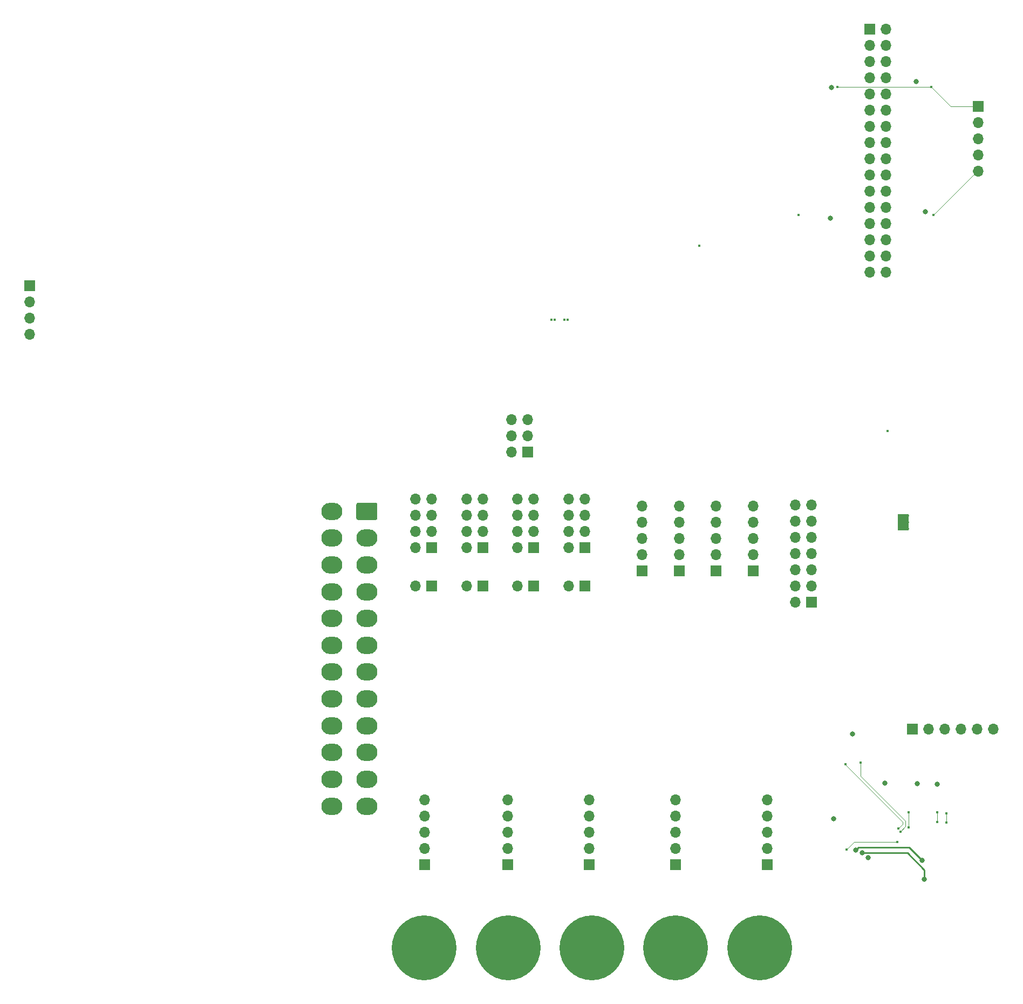
<source format=gbr>
%TF.GenerationSoftware,KiCad,Pcbnew,(5.1.6-dirty)*%
%TF.CreationDate,2020-08-28T22:36:31+02:00*%
%TF.ProjectId,FD,46442e6b-6963-4616-945f-706362585858,rev?*%
%TF.SameCoordinates,Original*%
%TF.FileFunction,Copper,L6,Bot*%
%TF.FilePolarity,Positive*%
%FSLAX46Y46*%
G04 Gerber Fmt 4.6, Leading zero omitted, Abs format (unit mm)*
G04 Created by KiCad (PCBNEW (5.1.6-dirty)) date 2020-08-28 22:36:31*
%MOMM*%
%LPD*%
G01*
G04 APERTURE LIST*
%TA.AperFunction,ComponentPad*%
%ADD10O,3.300000X2.700000*%
%TD*%
%TA.AperFunction,ComponentPad*%
%ADD11R,1.700000X1.700000*%
%TD*%
%TA.AperFunction,ComponentPad*%
%ADD12O,1.700000X1.700000*%
%TD*%
%TA.AperFunction,ComponentPad*%
%ADD13C,10.160000*%
%TD*%
%TA.AperFunction,ViaPad*%
%ADD14C,0.500000*%
%TD*%
%TA.AperFunction,Conductor*%
%ADD15R,1.800000X2.500000*%
%TD*%
%TA.AperFunction,ViaPad*%
%ADD16C,0.450000*%
%TD*%
%TA.AperFunction,ViaPad*%
%ADD17C,0.800000*%
%TD*%
%TA.AperFunction,Conductor*%
%ADD18C,0.090000*%
%TD*%
%TA.AperFunction,Conductor*%
%ADD19C,0.250000*%
%TD*%
G04 APERTURE END LIST*
%TO.P,J2,1*%
%TO.N,+3.3V*%
%TA.AperFunction,ComponentPad*%
G36*
G01*
X146400001Y-100950000D02*
X149199999Y-100950000D01*
G75*
G02*
X149450000Y-101200001I0J-250001D01*
G01*
X149450000Y-103399999D01*
G75*
G02*
X149199999Y-103650000I-250001J0D01*
G01*
X146400001Y-103650000D01*
G75*
G02*
X146150000Y-103399999I0J250001D01*
G01*
X146150000Y-101200001D01*
G75*
G02*
X146400001Y-100950000I250001J0D01*
G01*
G37*
%TD.AperFunction*%
D10*
%TO.P,J2,2*%
X147800000Y-106500000D03*
%TO.P,J2,3*%
%TO.N,GND*%
X147800000Y-110700000D03*
%TO.P,J2,4*%
%TO.N,+5V*%
X147800000Y-114900000D03*
%TO.P,J2,5*%
%TO.N,GND*%
X147800000Y-119100000D03*
%TO.P,J2,6*%
%TO.N,+5V*%
X147800000Y-123300000D03*
%TO.P,J2,7*%
%TO.N,GND*%
X147800000Y-127500000D03*
%TO.P,J2,8*%
%TO.N,ATX_POWEROK*%
X147800000Y-131700000D03*
%TO.P,J2,9*%
%TO.N,Net-(J2-Pad9)*%
X147800000Y-135900000D03*
%TO.P,J2,10*%
%TO.N,+12V*%
X147800000Y-140100000D03*
%TO.P,J2,11*%
X147800000Y-144300000D03*
%TO.P,J2,12*%
%TO.N,+3.3V*%
X147800000Y-148500000D03*
%TO.P,J2,13*%
X142300000Y-102300000D03*
%TO.P,J2,14*%
%TO.N,-12V*%
X142300000Y-106500000D03*
%TO.P,J2,15*%
%TO.N,GND*%
X142300000Y-110700000D03*
%TO.P,J2,16*%
%TO.N,Net-(J2-Pad16)*%
X142300000Y-114900000D03*
%TO.P,J2,17*%
%TO.N,GND*%
X142300000Y-119100000D03*
%TO.P,J2,18*%
X142300000Y-123300000D03*
%TO.P,J2,19*%
X142300000Y-127500000D03*
%TO.P,J2,20*%
%TO.N,Net-(J2-Pad20)*%
X142300000Y-131700000D03*
%TO.P,J2,21*%
%TO.N,+5V*%
X142300000Y-135900000D03*
%TO.P,J2,22*%
X142300000Y-140100000D03*
%TO.P,J2,23*%
X142300000Y-144300000D03*
%TO.P,J2,24*%
%TO.N,GND*%
X142300000Y-148500000D03*
%TD*%
D11*
%TO.P,J3,1*%
%TO.N,Net-(J3-Pad1)*%
X166000000Y-108000000D03*
D12*
%TO.P,J3,2*%
X163460000Y-108000000D03*
%TO.P,J3,3*%
X166000000Y-105460000D03*
%TO.P,J3,4*%
X163460000Y-105460000D03*
%TO.P,J3,5*%
%TO.N,VCCBRAM*%
X166000000Y-102920000D03*
%TO.P,J3,6*%
%TO.N,VCCFPGA_S1_1.2V*%
X163460000Y-102920000D03*
%TO.P,J3,7*%
%TO.N,VCCAUX*%
X166000000Y-100380000D03*
%TO.P,J3,8*%
%TO.N,+3.3V*%
X163460000Y-100380000D03*
%TD*%
%TO.P,J4,8*%
%TO.N,+3.3V*%
X179460000Y-100380000D03*
%TO.P,J4,7*%
%TO.N,VCCAUX*%
X182000000Y-100380000D03*
%TO.P,J4,6*%
%TO.N,VCCFPGA_S1_1.2V*%
X179460000Y-102920000D03*
%TO.P,J4,5*%
%TO.N,VCCBRAM*%
X182000000Y-102920000D03*
%TO.P,J4,4*%
%TO.N,Net-(J4-Pad1)*%
X179460000Y-105460000D03*
%TO.P,J4,3*%
X182000000Y-105460000D03*
%TO.P,J4,2*%
X179460000Y-108000000D03*
D11*
%TO.P,J4,1*%
X182000000Y-108000000D03*
%TD*%
D12*
%TO.P,J5,8*%
%TO.N,+3.3V*%
X155460000Y-100380000D03*
%TO.P,J5,7*%
%TO.N,VCCAUX*%
X158000000Y-100380000D03*
%TO.P,J5,6*%
%TO.N,VCCFPGA_S1_1.2V*%
X155460000Y-102920000D03*
%TO.P,J5,5*%
%TO.N,VCCBRAM*%
X158000000Y-102920000D03*
%TO.P,J5,4*%
%TO.N,Net-(J5-Pad1)*%
X155460000Y-105460000D03*
%TO.P,J5,3*%
X158000000Y-105460000D03*
%TO.P,J5,2*%
X155460000Y-108000000D03*
D11*
%TO.P,J5,1*%
X158000000Y-108000000D03*
%TD*%
%TO.P,J6,1*%
%TO.N,Net-(J6-Pad1)*%
X174000000Y-108000000D03*
D12*
%TO.P,J6,2*%
X171460000Y-108000000D03*
%TO.P,J6,3*%
X174000000Y-105460000D03*
%TO.P,J6,4*%
X171460000Y-105460000D03*
%TO.P,J6,5*%
%TO.N,VCCBRAM*%
X174000000Y-102920000D03*
%TO.P,J6,6*%
%TO.N,VCCFPGA_S1_1.2V*%
X171460000Y-102920000D03*
%TO.P,J6,7*%
%TO.N,VCCAUX*%
X174000000Y-100380000D03*
%TO.P,J6,8*%
%TO.N,+3.3V*%
X171460000Y-100380000D03*
%TD*%
D11*
%TO.P,J7,1*%
%TO.N,VCCFPGA_S1_VREF_V1*%
X166000000Y-114000000D03*
D12*
%TO.P,J7,2*%
%TO.N,Net-(J7-Pad2)*%
X163460000Y-114000000D03*
%TD*%
%TO.P,J8,2*%
%TO.N,Net-(J8-Pad2)*%
X179460000Y-114000000D03*
D11*
%TO.P,J8,1*%
%TO.N,VCCFPGA_S1_VREF_V2*%
X182000000Y-114000000D03*
%TD*%
D12*
%TO.P,J9,2*%
%TO.N,Net-(J9-Pad2)*%
X155460000Y-114000000D03*
D11*
%TO.P,J9,1*%
%TO.N,VCCFPGA_S1_VREF_V3*%
X158000000Y-114000000D03*
%TD*%
%TO.P,J10,1*%
%TO.N,VCCFPGA_S1_VREF_V4*%
X174000000Y-114000000D03*
D12*
%TO.P,J10,2*%
%TO.N,Net-(J10-Pad2)*%
X171460000Y-114000000D03*
%TD*%
D13*
%TO.P,J11,1*%
%TO.N,-12V*%
X156800000Y-170700000D03*
%TD*%
%TO.P,J12,1*%
%TO.N,+5V*%
X196250000Y-170700000D03*
%TD*%
%TO.P,J13,1*%
%TO.N,+12V*%
X209400000Y-170700000D03*
%TD*%
D12*
%TO.P,J14,5*%
%TO.N,-12V*%
X156900000Y-147540000D03*
%TO.P,J14,4*%
X156900000Y-150080000D03*
%TO.P,J14,3*%
X156900000Y-152620000D03*
%TO.P,J14,2*%
X156900000Y-155160000D03*
D11*
%TO.P,J14,1*%
X156900000Y-157700000D03*
%TD*%
D12*
%TO.P,J15,5*%
%TO.N,+5V*%
X196200000Y-147540000D03*
%TO.P,J15,4*%
X196200000Y-150080000D03*
%TO.P,J15,3*%
X196200000Y-152620000D03*
%TO.P,J15,2*%
X196200000Y-155160000D03*
D11*
%TO.P,J15,1*%
X196200000Y-157700000D03*
%TD*%
D12*
%TO.P,J16,5*%
%TO.N,+12V*%
X210600000Y-147540000D03*
%TO.P,J16,4*%
X210600000Y-150080000D03*
%TO.P,J16,3*%
X210600000Y-152620000D03*
%TO.P,J16,2*%
X210600000Y-155160000D03*
D11*
%TO.P,J16,1*%
X210600000Y-157700000D03*
%TD*%
%TO.P,J17,1*%
%TO.N,VCCFPGA_S1_1.2V*%
X196800000Y-111600000D03*
D12*
%TO.P,J17,2*%
X196800000Y-109060000D03*
%TO.P,J17,3*%
X196800000Y-106520000D03*
%TO.P,J17,4*%
X196800000Y-103980000D03*
%TO.P,J17,5*%
X196800000Y-101440000D03*
%TD*%
%TO.P,J18,5*%
%TO.N,VCCBRAM*%
X191000000Y-101440000D03*
%TO.P,J18,4*%
X191000000Y-103980000D03*
%TO.P,J18,3*%
X191000000Y-106520000D03*
%TO.P,J18,2*%
X191000000Y-109060000D03*
D11*
%TO.P,J18,1*%
X191000000Y-111600000D03*
%TD*%
D13*
%TO.P,J19,1*%
%TO.N,+3.3V*%
X183100000Y-170700000D03*
%TD*%
%TO.P,J20,1*%
%TO.N,GND*%
X169950000Y-170700000D03*
%TD*%
D11*
%TO.P,J21,1*%
%TO.N,+3.3V*%
X182700000Y-157700000D03*
D12*
%TO.P,J21,2*%
X182700000Y-155160000D03*
%TO.P,J21,3*%
X182700000Y-152620000D03*
%TO.P,J21,4*%
X182700000Y-150080000D03*
%TO.P,J21,5*%
X182700000Y-147540000D03*
%TD*%
%TO.P,J22,5*%
%TO.N,GND*%
X169900000Y-147540000D03*
%TO.P,J22,4*%
X169900000Y-150080000D03*
%TO.P,J22,3*%
X169900000Y-152620000D03*
%TO.P,J22,2*%
X169900000Y-155160000D03*
D11*
%TO.P,J22,1*%
X169900000Y-157700000D03*
%TD*%
%TO.P,J23,1*%
%TO.N,VCCAUX*%
X202600000Y-111600000D03*
D12*
%TO.P,J23,2*%
X202600000Y-109060000D03*
%TO.P,J23,3*%
X202600000Y-106520000D03*
%TO.P,J23,4*%
X202600000Y-103980000D03*
%TO.P,J23,5*%
X202600000Y-101440000D03*
%TD*%
D11*
%TO.P,J24,1*%
%TO.N,VCCDDR_1.35V*%
X208400000Y-111600000D03*
D12*
%TO.P,J24,2*%
X208400000Y-109060000D03*
%TO.P,J24,3*%
X208400000Y-106520000D03*
%TO.P,J24,4*%
X208400000Y-103980000D03*
%TO.P,J24,5*%
X208400000Y-101440000D03*
%TD*%
D11*
%TO.P,J26,1*%
%TO.N,VCCFPGA_S1_VREF_V1*%
X94905001Y-66965001D03*
D12*
%TO.P,J26,2*%
%TO.N,VCCFPGA_S1_VREF_V2*%
X94905001Y-69505001D03*
%TO.P,J26,3*%
%TO.N,VCCFPGA_S1_VREF_V3*%
X94905001Y-72045001D03*
%TO.P,J26,4*%
%TO.N,VCCFPGA_S1_VREF_V4*%
X94905001Y-74585001D03*
%TD*%
D11*
%TO.P,J30,1*%
%TO.N,Net-(J30-Pad1)*%
X243700000Y-38800000D03*
D12*
%TO.P,J30,2*%
X243700000Y-41340000D03*
%TO.P,J30,3*%
X243700000Y-43880000D03*
%TO.P,J30,4*%
X243700000Y-46420000D03*
%TO.P,J30,5*%
X243700000Y-48960000D03*
%TD*%
D11*
%TO.P,J31,1*%
%TO.N,Net-(J31-Pad1)*%
X226700000Y-26680000D03*
D12*
%TO.P,J31,2*%
%TO.N,Net-(J31-Pad2)*%
X229240000Y-26680000D03*
%TO.P,J31,3*%
%TO.N,Net-(J31-Pad3)*%
X226700000Y-29220000D03*
%TO.P,J31,4*%
%TO.N,Net-(J31-Pad4)*%
X229240000Y-29220000D03*
%TO.P,J31,5*%
%TO.N,Net-(J31-Pad5)*%
X226700000Y-31760000D03*
%TO.P,J31,6*%
%TO.N,Net-(J31-Pad6)*%
X229240000Y-31760000D03*
%TO.P,J31,7*%
%TO.N,Net-(J31-Pad7)*%
X226700000Y-34300000D03*
%TO.P,J31,8*%
%TO.N,Net-(J31-Pad8)*%
X229240000Y-34300000D03*
%TO.P,J31,9*%
%TO.N,Net-(J31-Pad9)*%
X226700000Y-36840000D03*
%TO.P,J31,10*%
%TO.N,Net-(J31-Pad10)*%
X229240000Y-36840000D03*
%TO.P,J31,11*%
%TO.N,Net-(J31-Pad11)*%
X226700000Y-39380000D03*
%TO.P,J31,12*%
%TO.N,Net-(J31-Pad12)*%
X229240000Y-39380000D03*
%TO.P,J31,13*%
%TO.N,Net-(J31-Pad13)*%
X226700000Y-41920000D03*
%TO.P,J31,14*%
%TO.N,Net-(J31-Pad14)*%
X229240000Y-41920000D03*
%TO.P,J31,15*%
%TO.N,Net-(J31-Pad15)*%
X226700000Y-44460000D03*
%TO.P,J31,16*%
%TO.N,Net-(J31-Pad16)*%
X229240000Y-44460000D03*
%TO.P,J31,17*%
%TO.N,Net-(J31-Pad17)*%
X226700000Y-47000000D03*
%TO.P,J31,18*%
%TO.N,Net-(J31-Pad18)*%
X229240000Y-47000000D03*
%TO.P,J31,19*%
%TO.N,Net-(J31-Pad19)*%
X226700000Y-49540000D03*
%TO.P,J31,20*%
%TO.N,Net-(J31-Pad20)*%
X229240000Y-49540000D03*
%TO.P,J31,21*%
%TO.N,Net-(J31-Pad21)*%
X226700000Y-52080000D03*
%TO.P,J31,22*%
%TO.N,Net-(J31-Pad22)*%
X229240000Y-52080000D03*
%TO.P,J31,23*%
%TO.N,Net-(J31-Pad23)*%
X226700000Y-54620000D03*
%TO.P,J31,24*%
%TO.N,Net-(J31-Pad24)*%
X229240000Y-54620000D03*
%TO.P,J31,25*%
%TO.N,Net-(J31-Pad25)*%
X226700000Y-57160000D03*
%TO.P,J31,26*%
%TO.N,Net-(J31-Pad26)*%
X229240000Y-57160000D03*
%TO.P,J31,27*%
%TO.N,Net-(J31-Pad27)*%
X226700000Y-59700000D03*
%TO.P,J31,28*%
%TO.N,Net-(J31-Pad28)*%
X229240000Y-59700000D03*
%TO.P,J31,29*%
%TO.N,Net-(J31-Pad29)*%
X226700000Y-62240000D03*
%TO.P,J31,30*%
%TO.N,Net-(J31-Pad30)*%
X229240000Y-62240000D03*
%TO.P,J31,31*%
%TO.N,Net-(J31-Pad31)*%
X226700000Y-64780000D03*
%TO.P,J31,32*%
%TO.N,Net-(J31-Pad32)*%
X229240000Y-64780000D03*
%TD*%
D11*
%TO.P,J32,1*%
%TO.N,Net-(D8-Pad1)*%
X233440000Y-136400000D03*
D12*
%TO.P,J32,2*%
%TO.N,Net-(D7-Pad1)*%
X235980000Y-136400000D03*
%TO.P,J32,3*%
%TO.N,Net-(D6-Pad1)*%
X238520000Y-136400000D03*
%TO.P,J32,4*%
%TO.N,Net-(D5-Pad1)*%
X241060000Y-136400000D03*
%TO.P,J32,5*%
%TO.N,VCCFPGA_S1_VCCO_CONFIG*%
X243600000Y-136400000D03*
%TO.P,J32,6*%
%TO.N,GND*%
X246140000Y-136400000D03*
%TD*%
D11*
%TO.P,J33,1*%
%TO.N,Net-(J33-Pad1)*%
X173000000Y-93000000D03*
D12*
%TO.P,J33,2*%
%TO.N,Net-(J33-Pad2)*%
X170460000Y-93000000D03*
%TO.P,J33,3*%
%TO.N,Net-(J33-Pad3)*%
X173000000Y-90460000D03*
%TO.P,J33,4*%
%TO.N,GND*%
X170460000Y-90460000D03*
%TO.P,J33,5*%
X173000000Y-87920000D03*
%TO.P,J33,6*%
X170460000Y-87920000D03*
%TD*%
D11*
%TO.P,J34,1*%
%TO.N,FLASH_CONFIG_IO_0*%
X217540000Y-116540000D03*
D12*
%TO.P,J34,2*%
%TO.N,FLASH_CONFIG_IO_1*%
X215000000Y-116540000D03*
%TO.P,J34,3*%
%TO.N,FLASH_CONFIG_IO_2*%
X217540000Y-114000000D03*
%TO.P,J34,4*%
%TO.N,FLASH_CONFIG_IO_3*%
X215000000Y-114000000D03*
%TO.P,J34,5*%
%TO.N,FLASH_CONFIG_CLK*%
X217540000Y-111460000D03*
%TO.P,J34,6*%
%TO.N,FLASH_CONFIG_CS*%
X215000000Y-111460000D03*
%TO.P,J34,7*%
%TO.N,GND*%
X217540000Y-108920000D03*
%TO.P,J34,8*%
%TO.N,Net-(J34-Pad8)*%
X215000000Y-108920000D03*
%TO.P,J34,9*%
%TO.N,Net-(J34-Pad9)*%
X217540000Y-106380000D03*
%TO.P,J34,10*%
%TO.N,Net-(J34-Pad10)*%
X215000000Y-106380000D03*
%TO.P,J34,11*%
%TO.N,Net-(J34-Pad11)*%
X217540000Y-103840000D03*
%TO.P,J34,12*%
%TO.N,Net-(J34-Pad12)*%
X215000000Y-103840000D03*
%TO.P,J34,13*%
%TO.N,Net-(J34-Pad13)*%
X217540000Y-101300000D03*
%TO.P,J34,14*%
%TO.N,Net-(J34-Pad14)*%
X215000000Y-101300000D03*
%TD*%
D14*
%TO.N,GND*%
%TO.C,U10*%
X232650000Y-105000000D03*
X231350000Y-105000000D03*
X232650000Y-104000000D03*
X231350000Y-104000000D03*
X232650000Y-103000000D03*
X231350000Y-103000000D03*
D15*
X232000000Y-104000000D03*
%TD*%
D16*
%TO.N,GND*%
X199930000Y-60680000D03*
D17*
X234200000Y-145000000D03*
X220700000Y-35854990D03*
X220500000Y-56354990D03*
X234000000Y-34945010D03*
X235400000Y-55300000D03*
X224000000Y-137200000D03*
X237300000Y-145100000D03*
D16*
%TO.N,Net-(C1-Pad1)*%
X238700000Y-151100000D03*
X238700000Y-149600000D03*
%TO.N,Net-(C4-Pad1)*%
X232800000Y-151850000D03*
X232790000Y-149490000D03*
%TO.N,Net-(C7-Pad1)*%
X231500000Y-152500000D03*
X225304566Y-141695434D03*
%TO.N,Net-(C8-Pad1)*%
X231200000Y-152000000D03*
X222900000Y-141900000D03*
%TO.N,Net-(C9-Pad1)*%
X231000000Y-154100000D03*
X223100000Y-155300000D03*
D17*
%TO.N,+3.3V*%
X229100000Y-144900000D03*
X226420000Y-156548245D03*
X221000000Y-150500000D03*
D16*
%TO.N,VCCDDR_1.35V_VREF*%
X229490000Y-89659984D03*
%TO.N,VCCFPGA_S1_VCCO_CONFIG*%
X215500000Y-55800000D03*
D17*
%TO.N,Net-(D1-Pad1)*%
X234900000Y-157000000D03*
X224551989Y-155369998D03*
%TO.N,Net-(D2-Pad1)*%
X235300000Y-160000000D03*
X225500000Y-155800000D03*
D16*
%TO.N,/fpga-io/b35_15_P*%
X179330000Y-72240000D03*
%TO.N,/fpga-io/b35_15_N*%
X178790012Y-72244900D03*
%TO.N,/fpga-io/b35_7_N*%
X176740000Y-72237838D03*
%TO.N,/fpga-io/b35_7_P*%
X177280000Y-72237838D03*
%TO.N,Net-(J30-Pad1)*%
X236700000Y-55800000D03*
X221600000Y-35800000D03*
X236399996Y-35799996D03*
%TO.N,Net-(R5-Pad1)*%
X237300000Y-149500000D03*
X237300000Y-151000000D03*
%TD*%
D18*
%TO.N,Net-(C1-Pad1)*%
X238700000Y-150367198D02*
X238700000Y-149600000D01*
X238700000Y-151100000D02*
X238700000Y-150367198D01*
%TO.N,Net-(C4-Pad1)*%
X232800000Y-149500000D02*
X232790000Y-149490000D01*
X232800000Y-151850000D02*
X232800000Y-149500000D01*
%TO.N,Net-(C7-Pad1)*%
X232300000Y-150800000D02*
X225304566Y-143804566D01*
X232300000Y-151700000D02*
X232300000Y-150800000D01*
X231500000Y-152500000D02*
X232300000Y-151700000D01*
X225304566Y-143804566D02*
X225304566Y-141695434D01*
%TO.N,Net-(C8-Pad1)*%
X222900000Y-142000000D02*
X222900000Y-141900000D01*
X231900000Y-151000000D02*
X222900000Y-142000000D01*
X231900000Y-151300000D02*
X231900000Y-151000000D01*
X231200000Y-152000000D02*
X231900000Y-151300000D01*
%TO.N,Net-(C9-Pad1)*%
X224300000Y-154100000D02*
X223100000Y-155300000D01*
X231000000Y-154100000D02*
X224300000Y-154100000D01*
D19*
%TO.N,Net-(D1-Pad1)*%
X224951988Y-154969999D02*
X224551989Y-155369998D01*
X232869999Y-154969999D02*
X224951988Y-154969999D01*
X234900000Y-157000000D02*
X232869999Y-154969999D01*
%TO.N,Net-(D2-Pad1)*%
X232600000Y-155800000D02*
X225500000Y-155800000D01*
X235300000Y-158500000D02*
X232600000Y-155800000D01*
X235300000Y-160000000D02*
X235300000Y-158500000D01*
D18*
%TO.N,Net-(J30-Pad1)*%
X236700000Y-55800000D02*
X243540000Y-48960000D01*
X236399992Y-35800000D02*
X236399996Y-35799996D01*
X221600000Y-35800000D02*
X236300000Y-35800000D01*
X239400000Y-38800000D02*
X236399996Y-35799996D01*
X243700000Y-38800000D02*
X239400000Y-38800000D01*
X236300000Y-35800000D02*
X236399992Y-35800000D01*
%TO.N,Net-(R5-Pad1)*%
X237300000Y-149500000D02*
X237300000Y-151000000D01*
%TD*%
M02*

</source>
